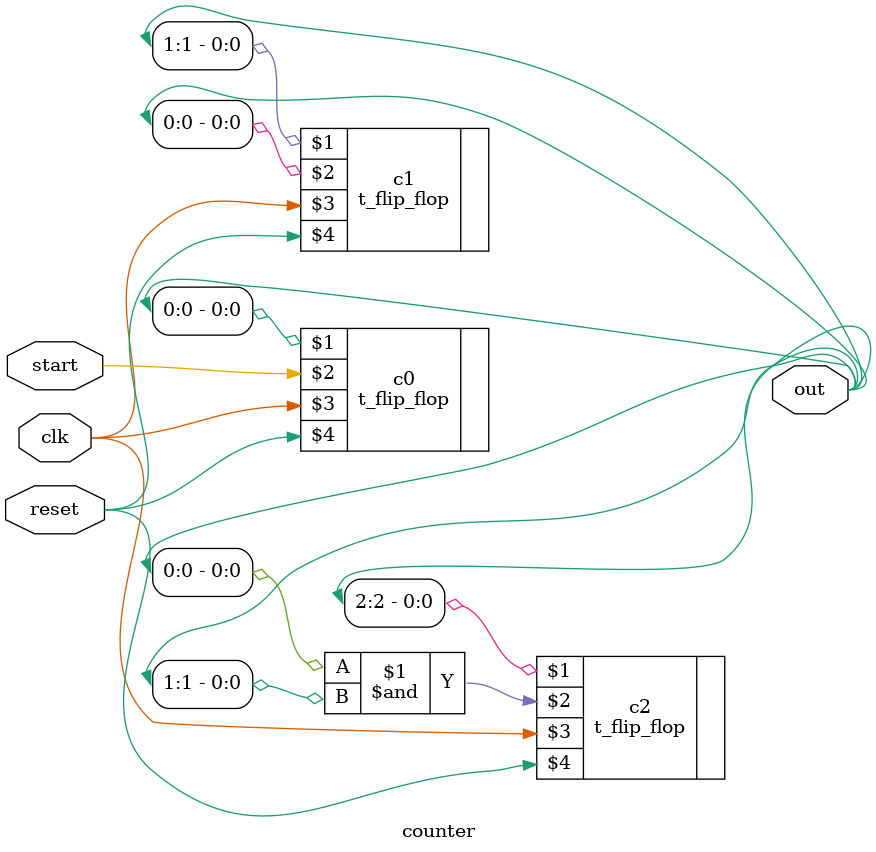
<source format=v>
module counter(
    output [2:0] out,
    input clk, reset, start);

    t_flip_flop c0(out[0], start, clk, reset);
    t_flip_flop c1(out[1], out[0], clk, reset);
    t_flip_flop c2(out[2], out[0] & out[1], clk, reset);

endmodule

</source>
